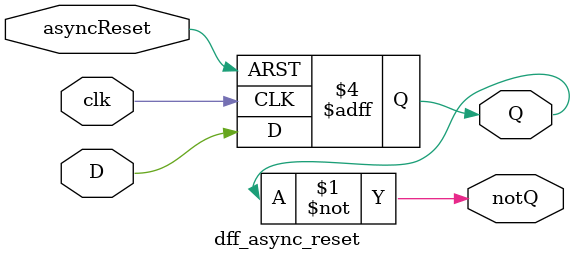
<source format=v>
`timescale 1ns / 1ps


module dff_async_reset(
    input D,
    input clk,
    input asyncReset,
    output reg Q,
    output notQ
    );
    
    initial Q = 0;
    assign notQ = ~Q;
    always @(posedge clk or posedge asyncReset) begin
        if(asyncReset) begin
            Q <= 0;
        end else begin
            Q <= D;
        end
    end
    
endmodule

</source>
